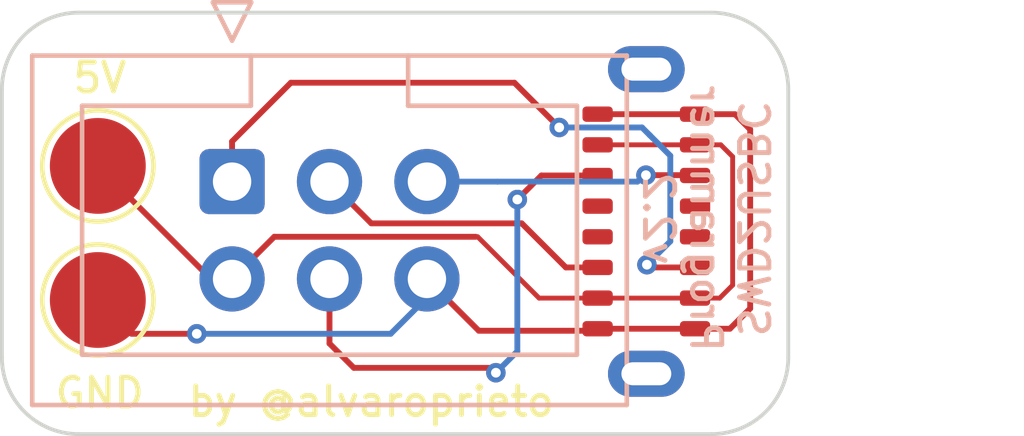
<source format=kicad_pcb>
(kicad_pcb (version 20240108) (generator "pcbnew") (generator_version "8.0")
  (title_block (title "SWD to USB-C Programmer") (date "2025-02-15") (rev "2.2") (company "alvarop.com"))
  (layers (0 "F.Cu" signal) (31 "B.Cu" signal) (34 "B.Paste" user) (35 "F.Paste" user) (36 "B.SilkS" user "B.Silkscreen") (37 "F.SilkS" user "F.Silkscreen") (38 "B.Mask" user) (39 "F.Mask" user) (44 "Edge.Cuts" user))
  (net 0 "")
  (net 1 "VBUS")
  (net 2 "GND")
  (net 3 "/MISO")
  (net 4 "/MOSI")
  (net 5 "/SCK")
  (net 6 "/MCURST")
  (footprint "TestPoint:TestPoint_Pad_D2.5mm" (layer "F.Cu") (at 161.5 69.5 -90)
    (property "Reference" "TP2" (hide yes))
    (property "Value" "TestPoint" (hide yes))
    (fp_circle (center 0 0) (end 0 1.45) (stroke (width 0.12)) (fill none) (layer "F.SilkS"))
    (pad "1" smd circle (at 0 0 270) (size 2.5 2.5) (layers "F.Cu" "F.Mask") (net 2 "GND"))
  )
  (footprint "alvarop:TYPE-C-31-G-06" (layer "F.Cu") (at 175.8 67.45 90)
    (property "Reference" "P1" (hide yes))
    (property "Value" "USB_C_Plug")
    (pad "A1" smd roundrect (at 2.8 -1.27 90) (size 0.4 0.79) (layers "F.Cu" "F.Paste" "F.Mask") (net 2 "GND"))
    (pad "A4" smd roundrect (at 2 -1.27 90) (size 0.4 0.79) (layers "F.Cu" "F.Paste" "F.Mask") (net 1 "VBUS"))
    (pad "A5" smd roundrect (at 1.2 -1.27 90) (size 0.4 0.79) (layers "F.Cu" "F.Paste" "F.Mask") (net 4 "/MOSI"))
    (pad "A6" smd roundrect (at 0.4 -1.27 90) (size 0.4 0.79) (layers "F.Cu" "F.Paste" "F.Mask"))
    (pad "A7" smd roundrect (at -0.4 -1.27 90) (size 0.4 0.79) (layers "F.Cu" "F.Paste" "F.Mask"))
    (pad "A8" smd roundrect (at -1.2 -1.27 90) (size 0.4 0.79) (layers "F.Cu" "F.Paste" "F.Mask") (net 5 "/SCK"))
    (pad "A9" smd roundrect (at -2 -1.27 90) (size 0.4 0.79) (layers "F.Cu" "F.Paste" "F.Mask") (net 1 "VBUS"))
    (pad "A12" smd roundrect (at -2.8 -1.27 90) (size 0.4 0.79) (layers "F.Cu" "F.Paste" "F.Mask") (net 2 "GND"))
    (pad "B1" smd roundrect (at -2.8 1.27 90) (size 0.4 0.79) (layers "F.Cu" "F.Paste" "F.Mask") (net 2 "GND"))
    (pad "B4" smd roundrect (at -2 1.27 90) (size 0.4 0.79) (layers "F.Cu" "F.Paste" "F.Mask") (net 1 "VBUS"))
    (pad "B5" smd roundrect (at -1.2 1.27 90) (size 0.4 0.79) (layers "F.Cu" "F.Paste" "F.Mask") (net 3 "/MISO"))
    (pad "B6" smd roundrect (at -0.4 1.27 90) (size 0.4 0.79) (layers "F.Cu" "F.Paste" "F.Mask"))
    (pad "B7" smd roundrect (at 0.4 1.27 90) (size 0.4 0.79) (layers "F.Cu" "F.Paste" "F.Mask"))
    (pad "B8" smd roundrect (at 1.2 1.27 90) (size 0.4 0.79) (layers "F.Cu" "F.Paste" "F.Mask") (net 6 "/MCURST"))
    (pad "B9" smd roundrect (at 2 1.27 90) (size 0.4 0.79) (layers "F.Cu" "F.Paste" "F.Mask") (net 1 "VBUS"))
    (pad "B12" smd roundrect (at 2.8 1.27 90) (size 0.4 0.79) (layers "F.Cu" "F.Paste" "F.Mask") (net 2 "GND"))
    (pad "S1" thru_hole oval (at -3.975 0 90) (size 1.2 2) (drill oval 0.6 1.3) (layers "*.Cu" "*.Mask"))
    (pad "S1" thru_hole oval (at 3.975 0 90) (size 1.2 2) (drill oval 0.6 1.3) (layers "*.Cu" "*.Mask"))
  )
  (footprint "TestPoint:TestPoint_Pad_D2.5mm" (layer "F.Cu") (at 161.5 66 -90)
    (property "Reference" "TP1" (hide yes))
    (property "Value" "TestPoint" (hide yes))
    (fp_circle (center 0 0) (end 0 1.45) (stroke (width 0.12)) (fill none) (layer "F.SilkS"))
    (pad "1" smd circle (at 0 0 270) (size 2.5 2.5) (layers "F.Cu" "F.Mask") (net 1 "VBUS"))
  )
  (footprint "Connector_IDC:IDC-Header_2x03_P2.54mm_Vertical" (layer "B.Cu") (at 165 66.41 -90)
    (property "Reference" "J1" (hide yes))
    (property "Value" "AVR-ISP-6")
    (fp_line (start -3.29 5.21) (end 5.83 5.21) (stroke (width 0.12)) (layer "B.SilkS"))
    (fp_line (start 5.83 5.21) (end 5.83 -10.29) (stroke (width 0.12)) (layer "B.SilkS"))
    (fp_line (start -1.98 3.91) (end 4.52 3.91) (stroke (width 0.12)) (layer "B.SilkS"))
    (fp_line (start 4.52 3.91) (end 4.52 -8.99) (stroke (width 0.12)) (layer "B.SilkS"))
    (fp_line (start -4.68 0.5) (end -4.68 -0.5) (stroke (width 0.12)) (layer "B.SilkS"))
    (fp_line (start -3.68 0) (end -4.68 0.5) (stroke (width 0.12)) (layer "B.SilkS"))
    (fp_line (start -3.29 -0.49) (end -1.98 -0.49) (stroke (width 0.12)) (layer "B.SilkS"))
    (fp_line (start -1.98 -0.49) (end -1.98 3.91) (stroke (width 0.12)) (layer "B.SilkS"))
    (fp_line (start -4.68 -0.5) (end -3.68 0) (stroke (width 0.12)) (layer "B.SilkS"))
    (fp_line (start -1.98 -4.59) (end -3.29 -4.59) (stroke (width 0.12)) (layer "B.SilkS"))
    (fp_line (start -1.98 -4.59) (end -1.98 -4.59) (stroke (width 0.12)) (layer "B.SilkS"))
    (fp_line (start -1.98 -8.99) (end -1.98 -4.59) (stroke (width 0.12)) (layer "B.SilkS"))
    (fp_line (start 4.52 -8.99) (end -1.98 -8.99) (stroke (width 0.12)) (layer "B.SilkS"))
    (fp_line (start -3.29 -10.29) (end -3.29 5.21) (stroke (width 0.12)) (layer "B.SilkS"))
    (fp_line (start 5.83 -10.29) (end -3.29 -10.29) (stroke (width 0.12)) (layer "B.SilkS"))
    (pad "1" thru_hole roundrect (at 0 0 270) (size 1.7 1.7) (drill 1) (layers "*.Cu" "*.Mask") (roundrect_rratio 0.1470588235) (net 3 "/MISO"))
    (pad "2" thru_hole circle (at 2.54 0 270) (size 1.7 1.7) (drill 1) (layers "*.Cu" "*.Mask") (net 1 "VBUS"))
    (pad "3" thru_hole circle (at 0 -2.54 270) (size 1.7 1.7) (drill 1) (layers "*.Cu" "*.Mask") (net 5 "/SCK"))
    (pad "4" thru_hole circle (at 2.54 -2.54 270) (size 1.7 1.7) (drill 1) (layers "*.Cu" "*.Mask") (net 4 "/MOSI"))
    (pad "5" thru_hole circle (at 0 -5.08 270) (size 1.7 1.7) (drill 1) (layers "*.Cu" "*.Mask") (net 6 "/MCURST"))
    (pad "6" thru_hole circle (at 2.54 -5.08 270) (size 1.7 1.7) (drill 1) (layers "*.Cu" "*.Mask") (net 2 "GND"))
  )
  (gr_arc (start 179.5 71) (mid 178.914214 72.414214) (end 177.5 73) (stroke (width 0.1)) (layer "Edge.Cuts"))
  (gr_arc (start 177.5 62) (mid 178.914214 62.585786) (end 179.5 64) (stroke (width 0.1)) (layer "Edge.Cuts"))
  (gr_line (start 159 64) (end 159 71) (stroke (width 0.1)) (layer "Edge.Cuts"))
  (gr_arc (start 161 73) (mid 159.585786 72.414214) (end 159 71) (stroke (width 0.1)) (layer "Edge.Cuts"))
  (gr_arc (start 159 64) (mid 159.585786 62.585786) (end 161 62) (stroke (width 0.1)) (layer "Edge.Cuts"))
  (gr_line (start 161 73) (end 177.5 73) (stroke (width 0.1)) (layer "Edge.Cuts"))
  (gr_line (start 179.5 71) (end 179.5 64) (stroke (width 0.1)) (layer "Edge.Cuts"))
  (gr_line (start 177.5 62) (end 161 62) (stroke (width 0.1)) (layer "Edge.Cuts"))
  (gr_text "SWD2USBC\nProgrammer\nv${REVISION}" (at 177.35 67.376 270) (layer "B.SilkS") (effects (font (size 0.762 0.762) (thickness 0.128) (bold yes)) (justify mirror)))
  (gr_text "5V" (at 161.55 63.701 0) (layer "F.SilkS") (effects (font (size 0.75 0.75) (thickness 0.128) (bold yes))))
  (gr_text "GND" (at 161.55 71.926 0) (layer "F.SilkS") (effects (font (size 0.75 0.75) (thickness 0.128) (bold yes))))
  (gr_text "by @alvaroprieto" (at 168.625 72.151 0) (layer "F.SilkS") (effects (font (size 0.75 0.75) (thickness 0.128) (bold yes))))
  (segment (start 177.07 69.45) (end 177.712 69.45) (width 0.127) (layer "F.Cu") (net 1))
  (segment (start 171.3524 67.85) (end 166.1 67.85) (width 0.1524) (layer "F.Cu") (net 1))
  (segment (start 178.05 65.7592) (end 177.7408 65.45) (width 0.127) (layer "F.Cu") (net 1))
  (segment (start 174.53 69.45) (end 177.07 69.45) (width 0.127) (layer "F.Cu") (net 1))
  (segment (start 178.05 69.112) (end 178.05 65.7592) (width 0.127) (layer "F.Cu") (net 1))
  (segment (start 171.4032 67.85) (end 171.3524 67.85) (width 0.127) (layer "F.Cu") (net 1))
  (segment (start 173.0032 69.45) (end 171.4032 67.85) (width 0.127) (layer "F.Cu") (net 1))
  (segment (start 177.7408 65.45) (end 177.07 65.45) (width 0.127) (layer "F.Cu") (net 1))
  (segment (start 161.5 66) (end 164.45 68.95) (width 0.1524) (layer "F.Cu") (net 1))
  (segment (start 177.07 65.45) (end 174.53 65.45) (width 0.127) (layer "F.Cu") (net 1))
  (segment (start 177.712 69.45) (end 178.05 69.112) (width 0.127) (layer "F.Cu") (net 1))
  (segment (start 174.53 69.45) (end 173.0032 69.45) (width 0.127) (layer "F.Cu") (net 1))
  (segment (start 164.45 68.95) (end 165 68.95) (width 0.1524) (layer "F.Cu") (net 1))
  (segment (start 166.1 67.85) (end 165 68.95) (width 0.1524) (layer "F.Cu") (net 1))
  (segment (start 177.9788 70.25) (end 178.5072 69.7216) (width 0.1524) (layer "F.Cu") (net 2))
  (segment (start 174.53 70.25) (end 177.07 70.25) (width 0.1524) (layer "F.Cu") (net 2))
  (segment (start 162.382 70.382) (end 164.08 70.382) (width 0.1524) (layer "F.Cu") (net 2))
  (segment (start 177.07 70.25) (end 177.9788 70.25) (width 0.1524) (layer "F.Cu") (net 2))
  (segment (start 174.47728 70.30272) (end 174.53 70.25) (width 0.1524) (layer "F.Cu") (net 2))
  (segment (start 178.5072 69.7216) (end 178.5072 65.048) (width 0.1524) (layer "F.Cu") (net 2))
  (segment (start 177.07 64.65) (end 174.53 64.65) (width 0.1524) (layer "F.Cu") (net 2))
  (segment (start 161.5 69.5) (end 162.382 70.382) (width 0.1524) (layer "F.Cu") (net 2))
  (segment (start 178.5072 65.048) (end 178.1092 64.65) (width 0.1524) (layer "F.Cu") (net 2))
  (segment (start 178.1092 64.65) (end 177.07 64.65) (width 0.1524) (layer "F.Cu") (net 2))
  (segment (start 171.43272 70.30272) (end 170.08 68.95) (width 0.1524) (layer "F.Cu") (net 2))
  (segment (start 171.43272 70.30272) (end 174.47728 70.30272) (width 0.1524) (layer "F.Cu") (net 2))
  (via (at 164.08 70.382) (size 0.508) (drill 0.254) (layers "F.Cu" "B.Cu") (net 2))
  (segment (start 170.08 69.4366) (end 170.08 68.95) (width 0.1524) (layer "B.Cu") (net 2))
  (segment (start 169.1346 70.382) (end 170.08 69.4366) (width 0.1524) (layer "B.Cu") (net 2))
  (segment (start 164.08 70.382) (end 169.1346 70.382) (width 0.1524) (layer "B.Cu") (net 2))
  (segment (start 165 65.3622) (end 165 66.41) (width 0.1524) (layer "F.Cu") (net 3))
  (segment (start 175.8148 68.5786) (end 175.8862 68.65) (width 0.1524) (layer "F.Cu") (net 3))
  (segment (start 172.3604 63.8288) (end 173.5288 64.9972) (width 0.1524) (layer "F.Cu") (net 3))
  (segment (start 166.5334 63.8288) (end 165 65.3622) (width 0.1524) (layer "F.Cu") (net 3))
  (segment (start 166.5334 63.8288) (end 172.3604 63.8288) (width 0.1524) (layer "F.Cu") (net 3))
  (segment (start 175.8862 68.65) (end 177.07 68.65) (width 0.1524) (layer "F.Cu") (net 3))
  (via (at 175.8148 68.5786) (size 0.508) (drill 0.254) (layers "F.Cu" "B.Cu") (net 3))
  (via (at 173.5288 64.9972) (size 0.508) (drill 0.254) (layers "F.Cu" "B.Cu") (net 3))
  (segment (start 175.891 65.2004) (end 176.4244 65.7338) (width 0.1524) (layer "B.Cu") (net 3))
  (segment (start 175.6878 64.9972) (end 175.891 65.2004) (width 0.1524) (layer "B.Cu") (net 3))
  (segment (start 176.4244 65.7338) (end 176.4244 66.3942) (width 0.1524) (layer "B.Cu") (net 3))
  (segment (start 176.4244 66.3942) (end 176.4244 67.969) (width 0.1524) (layer "B.Cu") (net 3))
  (segment (start 173.5288 64.9972) (end 175.6878 64.9972) (width 0.1524) (layer "B.Cu") (net 3))
  (segment (start 176.4244 67.969) (end 175.8148 68.5786) (width 0.1524) (layer "B.Cu") (net 3))
  (segment (start 171.8778 71.398) (end 171.7508 71.271) (width 0.1524) (layer "F.Cu") (net 4))
  (segment (start 174.53 66.25) (end 173.0634 66.25) (width 0.1524) (layer "F.Cu") (net 4))
  (segment (start 171.7508 71.271) (end 168.175 71.271) (width 0.1524) (layer "F.Cu") (net 4))
  (segment (start 173.0634 66.25) (end 172.4366 66.8768) (width 0.1524) (layer "F.Cu") (net 4))
  (segment (start 167.54 70.636) (end 167.54 68.95) (width 0.1524) (layer "F.Cu") (net 4))
  (segment (start 168.175 71.271) (end 167.54 70.636) (width 0.1524) (layer "F.Cu") (net 4))
  (via (at 172.4366 66.8768) (size 0.508) (drill 0.254) (layers "F.Cu" "B.Cu") (net 4))
  (via (at 171.8778 71.398) (size 0.508) (drill 0.254) (layers "F.Cu" "B.Cu") (net 4))
  (segment (start 172.4366 70.8392) (end 171.8778 71.398) (width 0.1524) (layer "B.Cu") (net 4))
  (segment (start 172.4366 66.8768) (end 172.4366 70.8392) (width 0.1524) (layer "B.Cu") (net 4))
  (segment (start 173.7018 68.65) (end 172.5518 67.5) (width 0.1524) (layer "F.Cu") (net 5))
  (segment (start 172.5518 67.5) (end 168.63 67.5) (width 0.1524) (layer "F.Cu") (net 5))
  (segment (start 168.63 67.5) (end 167.54 66.41) (width 0.1524) (layer "F.Cu") (net 5))
  (segment (start 174.53 68.65) (end 173.7018 68.65) (width 0.1524) (layer "F.Cu") (net 5))
  (segment (start 177.0618 66.2418) (end 177.07 66.25) (width 0.1524) (layer "F.Cu") (net 6))
  (segment (start 175.7894 66.2418) (end 177.0618 66.2418) (width 0.1524) (layer "F.Cu") (net 6))
  (via (at 175.7894 66.2418) (size 0.508) (drill 0.254) (layers "F.Cu" "B.Cu") (net 6))
  (segment (start 175.6624 66.318) (end 175.7386 66.2418) (width 0.1524) (layer "B.Cu") (net 6))
  (segment (start 175.5704 66.41) (end 175.6624 66.318) (width 0.1524) (layer "B.Cu") (net 6))
  (segment (start 171.919953 66.41) (end 170.08 66.41) (width 0.1524) (layer "B.Cu") (net 6))
  (segment (start 175.7386 66.2418) (end 175.7894 66.2418) (width 0.1524) (layer "B.Cu") (net 6))
  (segment (start 171.919953 66.41) (end 175.5704 66.41) (width 0.1524) (layer "B.Cu") (net 6))
)
</source>
